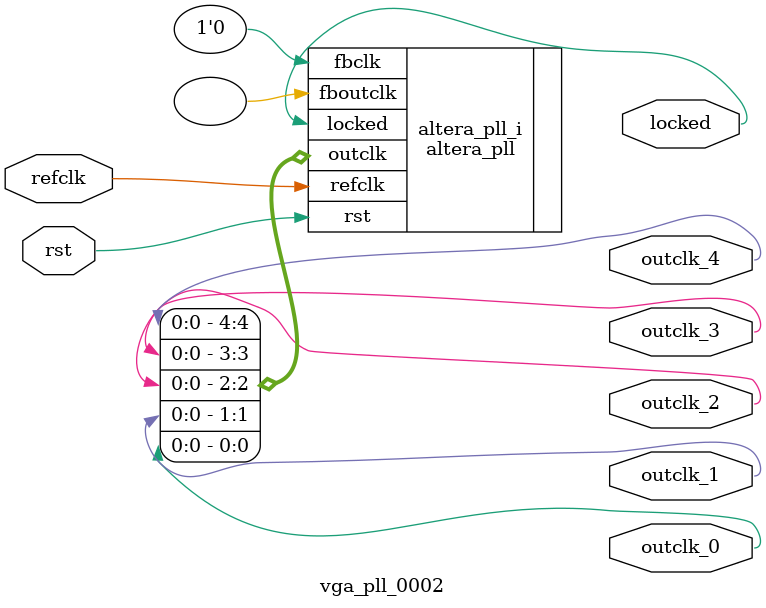
<source format=v>
`timescale 1ns/10ps
module  vga_pll_0002(

	// interface 'refclk'
	input wire refclk,

	// interface 'reset'
	input wire rst,

	// interface 'outclk0'
	output wire outclk_0,

	// interface 'outclk1'
	output wire outclk_1,

	// interface 'outclk2'
	output wire outclk_2,

	// interface 'outclk3'
	output wire outclk_3,

	// interface 'outclk4'
	output wire outclk_4,

	// interface 'locked'
	output wire locked
);

	altera_pll #(
		.fractional_vco_multiplier("false"),
		.reference_clock_frequency("50.0 MHz"),
		.operation_mode("direct"),
		.number_of_clocks(5),
		.output_clock_frequency0("100.000000 MHz"),
		.phase_shift0("0 ps"),
		.duty_cycle0(50),
		.output_clock_frequency1("100.000000 MHz"),
		.phase_shift1("7947 ps"),
		.duty_cycle1(50),
		.output_clock_frequency2("20.000000 MHz"),
		.phase_shift2("39556 ps"),
		.duty_cycle2(50),
		.output_clock_frequency3("33.333333 MHz"),
		.phase_shift3("0 ps"),
		.duty_cycle3(50),
		.output_clock_frequency4("18.421052 MHz"),
		.phase_shift4("0 ps"),
		.duty_cycle4(50),
		.output_clock_frequency5("0 MHz"),
		.phase_shift5("0 ps"),
		.duty_cycle5(50),
		.output_clock_frequency6("0 MHz"),
		.phase_shift6("0 ps"),
		.duty_cycle6(50),
		.output_clock_frequency7("0 MHz"),
		.phase_shift7("0 ps"),
		.duty_cycle7(50),
		.output_clock_frequency8("0 MHz"),
		.phase_shift8("0 ps"),
		.duty_cycle8(50),
		.output_clock_frequency9("0 MHz"),
		.phase_shift9("0 ps"),
		.duty_cycle9(50),
		.output_clock_frequency10("0 MHz"),
		.phase_shift10("0 ps"),
		.duty_cycle10(50),
		.output_clock_frequency11("0 MHz"),
		.phase_shift11("0 ps"),
		.duty_cycle11(50),
		.output_clock_frequency12("0 MHz"),
		.phase_shift12("0 ps"),
		.duty_cycle12(50),
		.output_clock_frequency13("0 MHz"),
		.phase_shift13("0 ps"),
		.duty_cycle13(50),
		.output_clock_frequency14("0 MHz"),
		.phase_shift14("0 ps"),
		.duty_cycle14(50),
		.output_clock_frequency15("0 MHz"),
		.phase_shift15("0 ps"),
		.duty_cycle15(50),
		.output_clock_frequency16("0 MHz"),
		.phase_shift16("0 ps"),
		.duty_cycle16(50),
		.output_clock_frequency17("0 MHz"),
		.phase_shift17("0 ps"),
		.duty_cycle17(50),
		.pll_type("General"),
		.pll_subtype("General")
	) altera_pll_i (
		.rst	(rst),
		.outclk	({outclk_4, outclk_3, outclk_2, outclk_1, outclk_0}),
		.locked	(locked),
		.fboutclk	( ),
		.fbclk	(1'b0),
		.refclk	(refclk)
	);
endmodule


</source>
